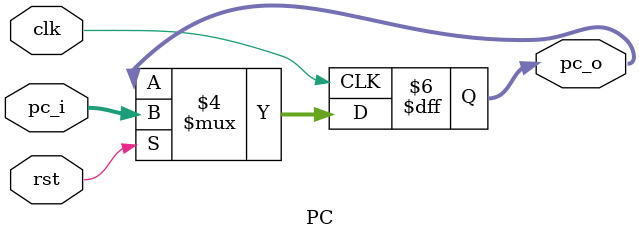
<source format=v>
module PC (
    input clk,
    input rst,
    input [31:0] pc_i,
    output reg [31:0] pc_o
);

    // TODO: implement your program counter here
    
    always @(posedge clk) begin
        if(rst == 0) pc_o <= pc_o;
        else pc_o <= pc_i;
    end

endmodule


</source>
